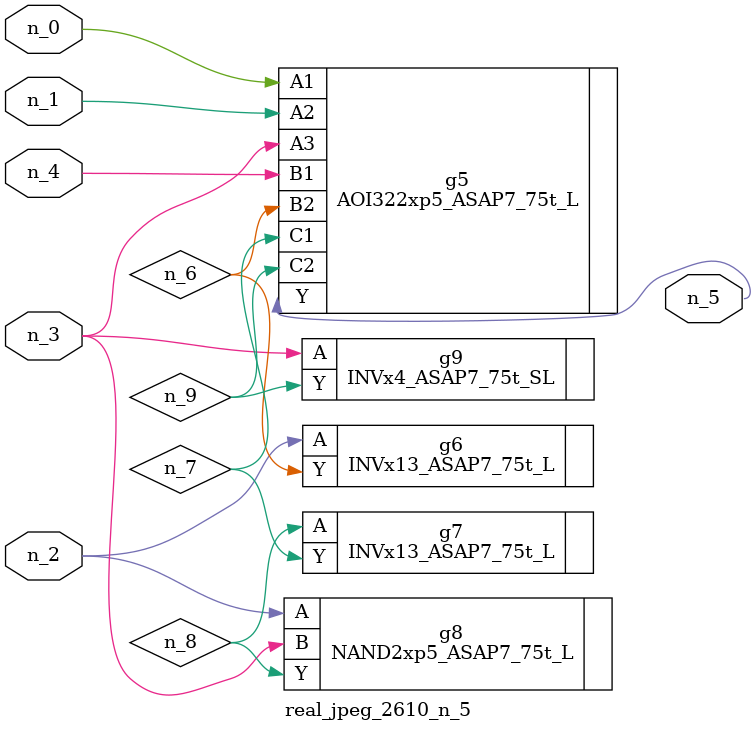
<source format=v>
module real_jpeg_2610_n_5 (n_4, n_0, n_1, n_2, n_3, n_5);

input n_4;
input n_0;
input n_1;
input n_2;
input n_3;

output n_5;

wire n_8;
wire n_6;
wire n_7;
wire n_9;

AOI322xp5_ASAP7_75t_L g5 ( 
.A1(n_0),
.A2(n_1),
.A3(n_3),
.B1(n_4),
.B2(n_6),
.C1(n_7),
.C2(n_9),
.Y(n_5)
);

INVx13_ASAP7_75t_L g6 ( 
.A(n_2),
.Y(n_6)
);

NAND2xp5_ASAP7_75t_L g8 ( 
.A(n_2),
.B(n_3),
.Y(n_8)
);

INVx4_ASAP7_75t_SL g9 ( 
.A(n_3),
.Y(n_9)
);

INVx13_ASAP7_75t_L g7 ( 
.A(n_8),
.Y(n_7)
);


endmodule
</source>
